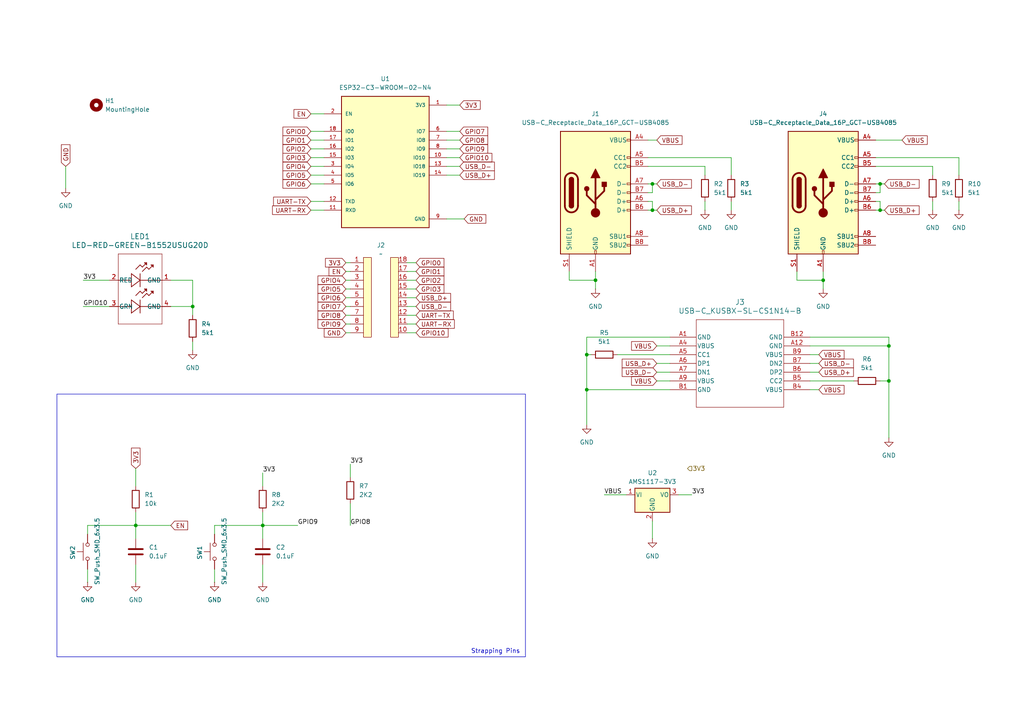
<source format=kicad_sch>
(kicad_sch (version 20231120) (generator "eeschema") (generator_version "8.0")
  (paper "A4")
  (lib_symbols
    (symbol "Alexander Symbol Library:ESP32-C3-WROOM-02-N4" (pin_names (offset 1.016))
      (property "Reference" "U" (at -12.7 21.082 0))
      (property "Value" "ESP32-C3-WROOM-02-N4" (at -13.208 -19.05 0))
      (symbol "ESP32-C3-WROOM-02-N4_0_0"
        (rectangle (start -12.7 20.32) (end 12.7 -17.78) (stroke (width 0.254)) (fill (type background)))
        (pin power_in line (at 17.78 17.78 180) (length 5.08) (name "3V3") (number "1"))
        (pin bidirectional line (at 17.78 2.54 180) (length 5.08) (name "IO10") (number "10"))
        (pin bidirectional line (at -17.78 -12.7 0) (length 5.08) (name "RXD") (number "11"))
        (pin bidirectional line (at -17.78 -10.16 0) (length 5.08) (name "TXD") (number "12"))
        (pin bidirectional line (at 17.78 0 180) (length 5.08) (name "IO18") (number "13"))
        (pin bidirectional line (at 17.78 -2.54 180) (length 5.08) (name "IO19") (number "14"))
        (pin bidirectional line (at -17.78 2.54 0) (length 5.08) (name "IO3") (number "15"))
        (pin bidirectional line (at -17.78 5.08 0) (length 5.08) (name "IO2") (number "16"))
        (pin bidirectional line (at -17.78 7.62 0) (length 5.08) (name "IO1") (number "17"))
        (pin bidirectional line (at -17.78 10.16 0) (length 5.08) (name "IO0") (number "18"))
        (pin power_in line (at 17.78 -15.24 180) (length 5.08) hide (name "GND__1") (number "19"))
        (pin input line (at -17.78 15.24 0) (length 5.08) (name "EN") (number "2"))
        (pin power_in line (at 17.78 -15.24 180) (length 5.08) hide (name "GND__2") (number "20"))
        (pin power_in line (at 17.78 -15.24 180) (length 5.08) hide (name "GND__3") (number "21"))
        (pin power_in line (at 17.78 -15.24 180) (length 5.08) hide (name "GND__4") (number "22"))
        (pin power_in line (at 17.78 -15.24 180) (length 5.08) hide (name "GND__5") (number "23"))
        (pin power_in line (at 17.78 -15.24 180) (length 5.08) hide (name "GND__6") (number "24"))
        (pin power_in line (at 17.78 -15.24 180) (length 5.08) hide (name "GND__7") (number "25"))
        (pin power_in line (at 17.78 -15.24 180) (length 5.08) hide (name "GND__8") (number "26"))
        (pin power_in line (at 17.78 -15.24 180) (length 5.08) hide (name "GND__9") (number "27"))
        (pin power_in line (at 17.78 -15.24 180) (length 5.08) hide (name "GND__10") (number "28"))
        (pin power_in line (at 17.78 -15.24 180) (length 5.08) hide (name "GND__11") (number "29"))
        (pin bidirectional line (at -17.78 0 0) (length 5.08) (name "IO4") (number "3"))
        (pin power_in line (at 17.78 -15.24 180) (length 5.08) hide (name "GND__12") (number "30"))
        (pin power_in line (at 17.78 -15.24 180) (length 5.08) hide (name "GND__13") (number "31"))
        (pin power_in line (at 17.78 -15.24 180) (length 5.08) hide (name "GND__14") (number "32"))
        (pin power_in line (at 17.78 -15.24 180) (length 5.08) hide (name "GND__15") (number "33"))
        (pin power_in line (at 17.78 -15.24 180) (length 5.08) hide (name "GND__16") (number "34"))
        (pin power_in line (at 17.78 -15.24 180) (length 5.08) hide (name "GND__17") (number "35"))
        (pin power_in line (at 17.78 -15.24 180) (length 5.08) hide (name "GND__18") (number "36"))
        (pin power_in line (at 17.78 -15.24 180) (length 5.08) hide (name "GND__19") (number "37"))
        (pin power_in line (at 17.78 -15.24 180) (length 5.08) hide (name "GND__20") (number "38"))
        (pin power_in line (at 17.78 -15.24 180) (length 5.08) hide (name "GND__21") (number "39"))
        (pin bidirectional line (at -17.78 -2.54 0) (length 5.08) (name "IO5") (number "4"))
        (pin bidirectional line (at -17.78 -5.08 0) (length 5.08) (name "IO6") (number "5"))
        (pin bidirectional line (at 17.78 10.16 180) (length 5.08) (name "IO7") (number "6"))
        (pin bidirectional line (at 17.78 7.62 180) (length 5.08) (name "IO8") (number "7"))
        (pin bidirectional line (at 17.78 5.08 180) (length 5.08) (name "IO9") (number "8"))
        (pin power_in line (at 17.78 -15.24 180) (length 5.08) (name "GND") (number "9"))
      )
    )
    (symbol "Alexander Symbol Library:USB-C_Receptacle_Data_16P_GCT-USB4085" (pin_names (offset 1.016))
      (property "Reference" "J" (at 0 22.225 0))
      (property "Value" "USB-C_Receptacle_Data_16P_GCT-USB4085" (at 0 19.685 0))
      (symbol "USB-C_Receptacle_Data_16P_GCT-USB4085_0_0"
        (rectangle (start -0.254 -17.78) (end 0.254 -16.764))
        (rectangle (start 10.16 -14.986) (end 9.144 -15.494))
        (rectangle (start 10.16 -12.446) (end 9.144 -12.954))
        (rectangle (start 10.16 -4.826) (end 9.144 -5.334))
        (rectangle (start 10.16 -2.286) (end 9.144 -2.794))
        (rectangle (start 10.16 0.254) (end 9.144 -0.254))
        (rectangle (start 10.16 2.794) (end 9.144 2.286))
        (rectangle (start 10.16 7.874) (end 9.144 7.366))
        (rectangle (start 10.16 10.414) (end 9.144 9.906))
        (rectangle (start 10.16 15.494) (end 9.144 14.986))
      )
      (symbol "USB-C_Receptacle_Data_16P_GCT-USB4085_0_1"
        (rectangle (start -10.16 17.78) (end 10.16 -17.78) (stroke (width 0.254)) (fill (type background)))
        (arc (start -8.89 -3.81) (mid -6.985 -5.7067) (end -5.08 -3.81) (stroke (width 0.508)))
        (arc (start -7.62 -3.81) (mid -6.985 -4.4423) (end -6.35 -3.81) (stroke (width 0.254)))
        (arc (start -7.62 -3.81) (mid -6.985 -4.4423) (end -6.35 -3.81) (stroke (width 0.254)) (fill (type outline)))
        (rectangle (start -7.62 -3.81) (end -6.35 3.81) (stroke (width 0.254)) (fill (type outline)))
        (arc (start -6.35 3.81) (mid -6.985 4.4423) (end -7.62 3.81) (stroke (width 0.254)))
        (arc (start -6.35 3.81) (mid -6.985 4.4423) (end -7.62 3.81) (stroke (width 0.254)) (fill (type outline)))
        (arc (start -5.08 3.81) (mid -6.985 5.7067) (end -8.89 3.81) (stroke (width 0.508)))
        (circle (center -2.54 1.143) (radius 0.635) (stroke (width 0.254)) (fill (type outline)))
        (circle (center 0 -5.842) (radius 1.27) (fill (type outline)))
        (polyline (pts (xy -8.89 -3.81) (xy -8.89 3.81)) (stroke (width 0.508)))
        (polyline (pts (xy -5.08 3.81) (xy -5.08 -3.81)) (stroke (width 0.508)))
        (polyline (pts (xy 0 -5.842) (xy 0 4.318)) (stroke (width 0.508)))
        (polyline (pts (xy 0 -3.302) (xy -2.54 -0.762) (xy -2.54 0.508)) (stroke (width 0.508)))
        (polyline (pts (xy 0 -2.032) (xy 2.54 0.508) (xy 2.54 1.778)) (stroke (width 0.508)))
        (polyline (pts (xy -1.27 4.318) (xy 0 6.858) (xy 1.27 4.318) (xy -1.27 4.318)) (stroke (width 0.254)) (fill (type outline)))
        (rectangle (start 1.905 1.778) (end 3.175 3.048) (stroke (width 0.254)) (fill (type outline)))
      )
      (symbol "USB-C_Receptacle_Data_16P_GCT-USB4085_1_1"
        (pin power_in line (at 0 -22.86 90) (length 5.08) (name "GND") (number "A1"))
        (pin power_in line (at 0 -22.86 90) (length 5.08) hide (name "GND") (number "A12"))
        (pin power_out line (at 15.24 15.24 180) (length 5.08) (name "VBUS") (number "A4"))
        (pin bidirectional line (at 15.24 10.16 180) (length 5.08) (name "CC1") (number "A5"))
        (pin bidirectional line (at 15.24 -2.54 180) (length 5.08) (name "D+") (number "A6"))
        (pin bidirectional line (at 15.24 2.54 180) (length 5.08) (name "D-") (number "A7"))
        (pin bidirectional line (at 15.24 -12.7 180) (length 5.08) (name "SBU1") (number "A8"))
        (pin power_out line (at 15.24 15.24 180) (length 5.08) hide (name "VBUS") (number "A9"))
        (pin power_in line (at 0 -22.86 90) (length 5.08) hide (name "GND") (number "B1"))
        (pin power_in line (at 0 -22.86 90) (length 5.08) hide (name "GND") (number "B12"))
        (pin power_out line (at 15.24 15.24 180) (length 5.08) hide (name "VBUS") (number "B4"))
        (pin bidirectional line (at 15.24 7.62 180) (length 5.08) (name "CC2") (number "B5"))
        (pin bidirectional line (at 15.24 -5.08 180) (length 5.08) (name "D+") (number "B6"))
        (pin bidirectional line (at 15.24 0 180) (length 5.08) (name "D-") (number "B7"))
        (pin bidirectional line (at 15.24 -15.24 180) (length 5.08) (name "SBU2") (number "B8"))
        (pin passive line (at 15.24 15.24 180) (length 5.08) hide (name "VBUS") (number "B9"))
        (pin power_in line (at -7.62 -22.86 90) (length 5.08) (name "SHIELD") (number "S1"))
        (pin power_in line (at -7.62 -22.86 90) (length 5.08) hide (name "SHIELD") (number "S2"))
        (pin power_in line (at -7.62 -22.86 90) (length 5.08) hide (name "SHIELD") (number "S3"))
        (pin power_in line (at -7.62 -22.86 90) (length 5.08) hide (name "SHIELD") (number "S4"))
      )
    )
    (symbol "Alexander_Library_Symbols:Conn_ESP32-C3-02x09"
      (property "Reference" "J" (at 0 0 0))
      (symbol "Conn_ESP32-C3-02x09_0_1"
        (rectangle (start -5.08 -2.286) (end -2.794 -25.4) (fill (type background)))
        (rectangle (start 2.794 -2.286) (end 5.08 -25.4) (fill (type background)))
      )
      (symbol "Conn_ESP32-C3-02x09_1_0"
        (pin bidirectional line (at 7.62 -24.13 180) (length 2.54) (name "") (number "10"))
        (pin bidirectional line (at 7.62 -21.59 180) (length 2.54) (name "") (number "11"))
        (pin bidirectional line (at 7.62 -19.05 180) (length 2.54) (name "") (number "12"))
        (pin bidirectional line (at 7.62 -16.51 180) (length 2.54) (name "") (number "13"))
        (pin bidirectional line (at 7.62 -13.97 180) (length 2.54) (name "") (number "14"))
        (pin bidirectional line (at 7.62 -11.43 180) (length 2.54) (name "") (number "15"))
        (pin bidirectional line (at 7.62 -8.89 180) (length 2.54) (name "") (number "16"))
        (pin bidirectional line (at 7.62 -6.35 180) (length 2.54) (name "") (number "17"))
        (pin bidirectional line (at 7.62 -3.81 180) (length 2.54) (name "") (number "18"))
      )
      (symbol "Conn_ESP32-C3-02x09_1_1"
        (pin bidirectional line (at -8.89 -3.81 0) (length 3.81) (name "") (number "1"))
        (pin bidirectional line (at -8.89 -6.35 0) (length 3.81) (name "") (number "2"))
        (pin bidirectional line (at -8.89 -8.89 0) (length 3.81) (name "") (number "3"))
        (pin bidirectional line (at -8.89 -11.43 0) (length 3.81) (name "") (number "4"))
        (pin bidirectional line (at -8.89 -13.97 0) (length 3.81) (name "") (number "5"))
        (pin bidirectional line (at -8.89 -16.51 0) (length 3.81) (name "") (number "6"))
        (pin bidirectional line (at -8.89 -19.05 0) (length 3.81) (name "") (number "7"))
        (pin bidirectional line (at -8.89 -21.59 0) (length 3.81) (name "") (number "8"))
        (pin bidirectional line (at -8.89 -24.13 0) (length 3.81) (name "") (number "9"))
      )
    )
    (symbol "Alexander_Library_Symbols:LED-RED-GREEN-B1552USUG20D" (pin_names (offset 0.254))
      (property "Reference" "LED" (at 8.89 20.955 0))
      (property "Value" "LED-RED-GREEN-B1552USUG20D" (at 8.89 17.78 0))
      (symbol "LED-RED-GREEN-B1552USUG20D_0_1"
        (polyline (pts (xy 2.54 -12.7) (xy 15.24 -12.7)) (stroke (width 0.127)))
        (polyline (pts (xy 2.54 -7.62) (xy 6.0198 -7.62)) (stroke (width 0.2032)))
        (polyline (pts (xy 2.54 0) (xy 6.0198 0)) (stroke (width 0.2032)))
        (polyline (pts (xy 2.54 7.62) (xy 2.54 -12.7)) (stroke (width 0.127)))
        (polyline (pts (xy 5.715 -7.62) (xy 6.35 -7.62)) (stroke (width 0.2032)))
        (polyline (pts (xy 5.715 0) (xy 6.35 0)) (stroke (width 0.2032)))
        (polyline (pts (xy 6.35 -9.525) (xy 8.89 -7.62)) (stroke (width 0.2032)))
        (polyline (pts (xy 6.35 -5.715) (xy 6.35 -9.525)) (stroke (width 0.2032)))
        (polyline (pts (xy 6.35 -1.905) (xy 8.89 0)) (stroke (width 0.2032)))
        (polyline (pts (xy 6.35 1.905) (xy 6.35 -1.905)) (stroke (width 0.2032)))
        (polyline (pts (xy 7.62 -4.445) (xy 8.89 -3.175)) (stroke (width 0.2032)))
        (polyline (pts (xy 7.62 3.175) (xy 8.89 4.445)) (stroke (width 0.2032)))
        (polyline (pts (xy 8.89 -9.525) (xy 8.89 -5.715)) (stroke (width 0.2032)))
        (polyline (pts (xy 8.89 -7.62) (xy 6.35 -5.715)) (stroke (width 0.2032)))
        (polyline (pts (xy 8.89 -7.62) (xy 15.24 -7.62)) (stroke (width 0.2032)))
        (polyline (pts (xy 8.89 -3.175) (xy 9.525 -3.81)) (stroke (width 0.2032)))
        (polyline (pts (xy 8.89 -1.905) (xy 8.89 1.905)) (stroke (width 0.2032)))
        (polyline (pts (xy 8.89 0) (xy 6.35 1.905)) (stroke (width 0.2032)))
        (polyline (pts (xy 8.89 0) (xy 15.24 0)) (stroke (width 0.2032)))
        (polyline (pts (xy 8.89 4.445) (xy 9.525 3.81)) (stroke (width 0.2032)))
        (polyline (pts (xy 9.525 -5.08) (xy 10.795 -3.81)) (stroke (width 0.2032)))
        (polyline (pts (xy 9.525 -3.81) (xy 10.795 -2.54)) (stroke (width 0.2032)))
        (polyline (pts (xy 9.525 2.54) (xy 10.795 3.81)) (stroke (width 0.2032)))
        (polyline (pts (xy 9.525 3.81) (xy 10.795 5.08)) (stroke (width 0.2032)))
        (polyline (pts (xy 10.16 -2.54) (xy 10.795 -3.175)) (stroke (width 0.2032)))
        (polyline (pts (xy 10.16 5.08) (xy 10.795 4.445)) (stroke (width 0.2032)))
        (polyline (pts (xy 10.795 -3.81) (xy 11.43 -4.445)) (stroke (width 0.2032)))
        (polyline (pts (xy 10.795 -3.175) (xy 10.795 -2.54)) (stroke (width 0.2032)))
        (polyline (pts (xy 10.795 -2.54) (xy 10.16 -2.54)) (stroke (width 0.2032)))
        (polyline (pts (xy 10.795 3.81) (xy 11.43 3.175)) (stroke (width 0.2032)))
        (polyline (pts (xy 10.795 4.445) (xy 10.795 5.08)) (stroke (width 0.2032)))
        (polyline (pts (xy 10.795 5.08) (xy 10.16 5.08)) (stroke (width 0.2032)))
        (polyline (pts (xy 11.43 -4.445) (xy 12.7 -3.175)) (stroke (width 0.2032)))
        (polyline (pts (xy 11.43 3.175) (xy 12.7 4.445)) (stroke (width 0.2032)))
        (polyline (pts (xy 12.065 -3.175) (xy 12.7 -3.81)) (stroke (width 0.2032)))
        (polyline (pts (xy 12.065 4.445) (xy 12.7 3.81)) (stroke (width 0.2032)))
        (polyline (pts (xy 12.7 -3.81) (xy 12.7 -3.175)) (stroke (width 0.2032)))
        (polyline (pts (xy 12.7 -3.175) (xy 12.065 -3.175)) (stroke (width 0.2032)))
        (polyline (pts (xy 12.7 3.81) (xy 12.7 4.445)) (stroke (width 0.2032)))
        (polyline (pts (xy 12.7 4.445) (xy 12.065 4.445)) (stroke (width 0.2032)))
        (polyline (pts (xy 15.24 -12.7) (xy 15.24 7.62)) (stroke (width 0.127)))
        (polyline (pts (xy 15.24 7.62) (xy 2.54 7.62)) (stroke (width 0.127)))
        (pin power_in line (at 17.78 0 180) (length 2.54) (name "GND") (number "1"))
        (pin power_out line (at 0 0 0) (length 2.54) (name "RED") (number "2"))
        (pin power_in line (at 0 -7.62 0) (length 2.54) (name "GRN") (number "3"))
        (pin power_out line (at 17.78 -7.62 180) (length 2.54) (name "GND") (number "4"))
      )
    )
    (symbol "Alexander_Library_Symbols:SW_Push_SMD_6x3.5" (pin_numbers hide) (pin_names (offset 1.016) hide)
      (property "Reference" "SW" (at 1.27 2.54 0))
      (property "Value" "SW_Push_SMD_6x3.5" (at 0 -1.524 0))
      (symbol "SW_Push_SMD_6x3.5_0_1"
        (circle (center -2.032 0) (radius 0.508))
        (polyline (pts (xy 0 1.27) (xy 0 3.048)))
        (polyline (pts (xy 2.54 1.27) (xy -2.54 1.27)))
        (circle (center 2.032 0) (radius 0.508))
        (pin passive line (at -5.08 0 0) (length 2.54) (name "1") (number "1"))
        (pin passive line (at 5.08 0 180) (length 2.54) (name "2") (number "2"))
      )
    )
    (symbol "Alexander_Library_Symbols:USB-C_KUSBX-SL-CS1N14-B" (pin_names (offset 0.254))
      (property "Reference" "J" (at 20.32 10.16 0))
      (property "Value" "USB-C_KUSBX-SL-CS1N14-B" (at 20.32 7.62 0))
      (symbol "USB-C_KUSBX-SL-CS1N14-B_0_1"
        (polyline (pts (xy 7.62 -20.32) (xy 33.02 -20.32)) (stroke (width 0.127)))
        (polyline (pts (xy 7.62 5.08) (xy 7.62 -20.32)) (stroke (width 0.127)))
        (polyline (pts (xy 33.02 -20.32) (xy 33.02 5.08)) (stroke (width 0.127)))
        (polyline (pts (xy 33.02 5.08) (xy 7.62 5.08)) (stroke (width 0.127)))
        (pin power_out line (at 0 0 0) (length 7.62) (name "GND") (number "A1"))
        (pin power_out line (at 40.64 -2.54 180) (length 7.62) (name "GND") (number "A12"))
        (pin power_in line (at 0 -2.54 0) (length 7.62) (name "VBUS") (number "A4"))
        (pin bidirectional line (at 0 -5.08 0) (length 7.62) (name "CC1") (number "A5"))
        (pin bidirectional line (at 0 -7.62 0) (length 7.62) (name "DP1") (number "A6"))
        (pin bidirectional line (at 0 -10.16 0) (length 7.62) (name "DN1") (number "A7"))
        (pin power_in line (at 0 -12.7 0) (length 7.62) (name "VBUS") (number "A9"))
        (pin power_out line (at 0 -15.24 0) (length 7.62) (name "GND") (number "B1"))
        (pin power_out line (at 40.64 0 180) (length 7.62) (name "GND") (number "B12"))
        (pin power_in line (at 40.64 -15.24 180) (length 7.62) (name "VBUS") (number "B4"))
        (pin bidirectional line (at 40.64 -12.7 180) (length 7.62) (name "CC2") (number "B5"))
        (pin bidirectional line (at 40.64 -10.16 180) (length 7.62) (name "DP2") (number "B6"))
        (pin bidirectional line (at 40.64 -7.62 180) (length 7.62) (name "DN2") (number "B7"))
        (pin power_in line (at 40.64 -5.08 180) (length 7.62) (name "VBUS") (number "B9"))
      )
    )
    (symbol "Device:C" (pin_numbers hide) (pin_names (offset 0.254))
      (property "Reference" "C" (at 0.635 2.54 0))
      (property "Value" "C" (at 0.635 -2.54 0))
      (symbol "C_0_1"
        (polyline (pts (xy -2.032 -0.762) (xy 2.032 -0.762)) (stroke (width 0.508)))
        (polyline (pts (xy -2.032 0.762) (xy 2.032 0.762)) (stroke (width 0.508)))
      )
      (symbol "C_1_1"
        (pin passive line (at 0 3.81 270) (length 2.794) (name "~") (number "1"))
        (pin passive line (at 0 -3.81 90) (length 2.794) (name "~") (number "2"))
      )
    )
    (symbol "Device:R" (pin_numbers hide) (pin_names (offset 0))
      (property "Reference" "R" (at 2.032 0 90))
      (property "Value" "R" (at 0 0 90))
      (symbol "R_0_1"
        (rectangle (start -1.016 -2.54) (end 1.016 2.54) (stroke (width 0.254)))
      )
      (symbol "R_1_1"
        (pin passive line (at 0 3.81 270) (length 1.27) (name "~") (number "1"))
        (pin passive line (at 0 -3.81 90) (length 1.27) (name "~") (number "2"))
      )
    )
    (symbol "Mechanical:MountingHole" (pin_names (offset 1.016))
      (property "Reference" "H" (at 0 5.08 0))
      (property "Value" "MountingHole" (at 0 3.175 0))
      (symbol "MountingHole_0_1"
        (circle (center 0 0) (radius 1.27) (stroke (width 1.27)))
      )
    )
    (symbol "Regulator_Linear:LM78M05_TO220" (pin_names (offset 0.254))
      (property "Reference" "U" (at -3.81 3.175 0))
      (property "Value" "LM78M05_TO220" (at 0 3.175 0))
      (symbol "LM78M05_TO220_0_1"
        (rectangle (start -5.08 1.905) (end 5.08 -5.08) (stroke (width 0.254)) (fill (type background)))
      )
      (symbol "LM78M05_TO220_1_1"
        (pin power_in line (at -7.62 0 0) (length 2.54) (name "VI") (number "1"))
        (pin power_in line (at 0 -7.62 90) (length 2.54) (name "GND") (number "2"))
        (pin power_out line (at 7.62 0 180) (length 2.54) (name "VO") (number "3"))
      )
    )
    (symbol "power:GND" (power) (pin_numbers hide) (pin_names (offset 0) hide)
      (property "Value" "GND" (at 0 -3.81 0))
      (symbol "GND_0_1"
        (polyline (pts (xy 0 0) (xy 0 -1.27) (xy 1.27 -1.27) (xy 0 -2.54) (xy -1.27 -1.27) (xy 0 -1.27)))
      )
      (symbol "GND_1_1"
        (pin power_in line (at 0 0 270) (length 0) (name "~") (number "1"))
      )
    )
  )
  (junction (at 55.88 88.9))
  (junction (at 257.81 110.49))
  (junction (at 170.18 102.87))
  (junction (at 255.27 53.34))
  (junction (at 238.76 81.28))
  (junction (at 172.72 81.28))
  (junction (at 76.2 152.4))
  (junction (at 39.37 152.4))
  (junction (at 189.23 60.96))
  (junction (at 257.81 100.33))
  (junction (at 255.27 60.96))
  (junction (at 170.18 113.03))
  (junction (at 189.23 53.34))
  (wire (pts (xy 254 48.26) (xy 270.51 48.26)))
  (wire (pts (xy 255.27 110.49) (xy 257.81 110.49)))
  (wire (pts (xy 118.11 93.98) (xy 120.65 93.98)))
  (wire (pts (xy 100.33 76.2) (xy 101.6 76.2)))
  (wire (pts (xy 100.33 86.36) (xy 101.6 86.36)))
  (wire (pts (xy 189.23 151.13) (xy 189.23 156.21)))
  (wire (pts (xy 49.53 81.28) (xy 55.88 81.28)))
  (wire (pts (xy 25.4 154.94) (xy 25.4 152.4)))
  (wire (pts (xy 76.2 137.16) (xy 76.2 140.97)))
  (wire (pts (xy 62.23 165.1) (xy 62.23 168.91)))
  (wire (pts (xy 118.11 86.36) (xy 120.65 86.36)))
  (wire (pts (xy 231.14 78.74) (xy 231.14 81.28)))
  (wire (pts (xy 100.33 78.74) (xy 101.6 78.74)))
  (wire (pts (xy 254 58.42) (xy 255.27 58.42)))
  (wire (pts (xy 165.1 78.74) (xy 165.1 81.28)))
  (wire (pts (xy 129.54 45.72) (xy 133.35 45.72)))
  (wire (pts (xy 90.17 48.26) (xy 93.98 48.26)))
  (wire (pts (xy 118.11 76.2) (xy 120.65 76.2)))
  (wire (pts (xy 187.96 53.34) (xy 189.23 53.34)))
  (wire (pts (xy 187.96 58.42) (xy 189.23 58.42)))
  (wire (pts (xy 90.17 40.64) (xy 93.98 40.64)))
  (wire (pts (xy 234.95 97.79) (xy 257.81 97.79)))
  (wire (pts (xy 204.47 58.42) (xy 204.47 60.96)))
  (wire (pts (xy 55.88 81.28) (xy 55.88 88.9)))
  (wire (pts (xy 204.47 48.26) (xy 204.47 50.8)))
  (wire (pts (xy 257.81 97.79) (xy 257.81 100.33)))
  (wire (pts (xy 170.18 102.87) (xy 171.45 102.87)))
  (wire (pts (xy 90.17 53.34) (xy 93.98 53.34)))
  (wire (pts (xy 170.18 102.87) (xy 170.18 97.79)))
  (wire (pts (xy 170.18 113.03) (xy 170.18 102.87)))
  (wire (pts (xy 19.05 48.26) (xy 19.05 54.61)))
  (wire (pts (xy 255.27 60.96) (xy 256.54 60.96)))
  (wire (pts (xy 55.88 99.06) (xy 55.88 101.6)))
  (wire (pts (xy 212.09 58.42) (xy 212.09 60.96)))
  (wire (pts (xy 118.11 81.28) (xy 120.65 81.28)))
  (wire (pts (xy 175.26 143.51) (xy 181.61 143.51)))
  (wire (pts (xy 76.2 148.59) (xy 76.2 152.4)))
  (wire (pts (xy 101.6 134.62) (xy 101.6 138.43)))
  (wire (pts (xy 90.17 38.1) (xy 93.98 38.1)))
  (wire (pts (xy 189.23 53.34) (xy 190.5 53.34)))
  (wire (pts (xy 100.33 96.52) (xy 101.6 96.52)))
  (wire (pts (xy 39.37 152.4) (xy 39.37 148.59)))
  (wire (pts (xy 90.17 50.8) (xy 93.98 50.8)))
  (wire (pts (xy 212.09 45.72) (xy 212.09 50.8)))
  (wire (pts (xy 254 40.64) (xy 261.62 40.64)))
  (wire (pts (xy 234.95 107.95) (xy 237.49 107.95)))
  (wire (pts (xy 234.95 113.03) (xy 237.49 113.03)))
  (wire (pts (xy 278.13 45.72) (xy 278.13 50.8)))
  (wire (pts (xy 90.17 58.42) (xy 93.98 58.42)))
  (wire (pts (xy 234.95 105.41) (xy 237.49 105.41)))
  (wire (pts (xy 255.27 55.88) (xy 255.27 53.34)))
  (wire (pts (xy 187.96 40.64) (xy 190.5 40.64)))
  (wire (pts (xy 254 55.88) (xy 255.27 55.88)))
  (wire (pts (xy 24.13 88.9) (xy 31.75 88.9)))
  (wire (pts (xy 39.37 135.89) (xy 39.37 140.97)))
  (wire (pts (xy 190.5 107.95) (xy 194.31 107.95)))
  (wire (pts (xy 129.54 50.8) (xy 133.35 50.8)))
  (wire (pts (xy 187.96 55.88) (xy 189.23 55.88)))
  (wire (pts (xy 172.72 81.28) (xy 172.72 83.82)))
  (wire (pts (xy 39.37 152.4) (xy 49.53 152.4)))
  (wire (pts (xy 187.96 60.96) (xy 189.23 60.96)))
  (wire (pts (xy 55.88 88.9) (xy 55.88 91.44)))
  (wire (pts (xy 190.5 100.33) (xy 194.31 100.33)))
  (wire (pts (xy 129.54 30.48) (xy 133.35 30.48)))
  (wire (pts (xy 190.5 105.41) (xy 194.31 105.41)))
  (wire (pts (xy 257.81 110.49) (xy 257.81 127)))
  (wire (pts (xy 278.13 58.42) (xy 278.13 60.96)))
  (wire (pts (xy 187.96 45.72) (xy 212.09 45.72)))
  (wire (pts (xy 129.54 38.1) (xy 133.35 38.1)))
  (wire (pts (xy 189.23 58.42) (xy 189.23 60.96)))
  (wire (pts (xy 62.23 152.4) (xy 76.2 152.4)))
  (wire (pts (xy 129.54 63.5) (xy 134.62 63.5)))
  (wire (pts (xy 25.4 152.4) (xy 39.37 152.4)))
  (wire (pts (xy 254 45.72) (xy 278.13 45.72)))
  (wire (pts (xy 257.81 100.33) (xy 257.81 110.49)))
  (wire (pts (xy 255.27 58.42) (xy 255.27 60.96)))
  (wire (pts (xy 100.33 81.28) (xy 101.6 81.28)))
  (wire (pts (xy 179.07 102.87) (xy 194.31 102.87)))
  (wire (pts (xy 76.2 152.4) (xy 76.2 156.21)))
  (wire (pts (xy 118.11 83.82) (xy 120.65 83.82)))
  (wire (pts (xy 100.33 91.44) (xy 101.6 91.44)))
  (wire (pts (xy 129.54 40.64) (xy 133.35 40.64)))
  (wire (pts (xy 234.95 110.49) (xy 247.65 110.49)))
  (wire (pts (xy 234.95 102.87) (xy 237.49 102.87)))
  (wire (pts (xy 129.54 43.18) (xy 133.35 43.18)))
  (wire (pts (xy 190.5 110.49) (xy 194.31 110.49)))
  (wire (pts (xy 25.4 165.1) (xy 25.4 168.91)))
  (wire (pts (xy 231.14 81.28) (xy 238.76 81.28)))
  (wire (pts (xy 170.18 123.19) (xy 170.18 113.03)))
  (wire (pts (xy 254 60.96) (xy 255.27 60.96)))
  (wire (pts (xy 62.23 154.94) (xy 62.23 152.4)))
  (wire (pts (xy 100.33 93.98) (xy 101.6 93.98)))
  (wire (pts (xy 90.17 43.18) (xy 93.98 43.18)))
  (wire (pts (xy 90.17 45.72) (xy 93.98 45.72)))
  (wire (pts (xy 118.11 96.52) (xy 120.65 96.52)))
  (wire (pts (xy 238.76 78.74) (xy 238.76 81.28)))
  (wire (pts (xy 254 53.34) (xy 255.27 53.34)))
  (wire (pts (xy 76.2 152.4) (xy 86.36 152.4)))
  (wire (pts (xy 187.96 48.26) (xy 204.47 48.26)))
  (wire (pts (xy 196.85 143.51) (xy 200.66 143.51)))
  (wire (pts (xy 100.33 83.82) (xy 101.6 83.82)))
  (wire (pts (xy 100.33 88.9) (xy 101.6 88.9)))
  (wire (pts (xy 165.1 81.28) (xy 172.72 81.28)))
  (wire (pts (xy 118.11 88.9) (xy 120.65 88.9)))
  (wire (pts (xy 118.11 91.44) (xy 120.65 91.44)))
  (wire (pts (xy 129.54 48.26) (xy 133.35 48.26)))
  (wire (pts (xy 24.13 81.28) (xy 31.75 81.28)))
  (wire (pts (xy 39.37 163.83) (xy 39.37 168.91)))
  (wire (pts (xy 49.53 88.9) (xy 55.88 88.9)))
  (wire (pts (xy 189.23 55.88) (xy 189.23 53.34)))
  (wire (pts (xy 39.37 152.4) (xy 39.37 156.21)))
  (wire (pts (xy 90.17 60.96) (xy 93.98 60.96)))
  (wire (pts (xy 255.27 53.34) (xy 256.54 53.34)))
  (wire (pts (xy 118.11 78.74) (xy 120.65 78.74)))
  (wire (pts (xy 238.76 81.28) (xy 238.76 83.82)))
  (wire (pts (xy 189.23 60.96) (xy 190.5 60.96)))
  (wire (pts (xy 101.6 146.05) (xy 101.6 152.4)))
  (wire (pts (xy 172.72 78.74) (xy 172.72 81.28)))
  (wire (pts (xy 90.17 33.02) (xy 93.98 33.02)))
  (wire (pts (xy 170.18 97.79) (xy 194.31 97.79)))
  (wire (pts (xy 234.95 100.33) (xy 257.81 100.33)))
  (wire (pts (xy 270.51 58.42) (xy 270.51 60.96)))
  (wire (pts (xy 76.2 163.83) (xy 76.2 168.91)))
  (wire (pts (xy 170.18 113.03) (xy 194.31 113.03)))
  (wire (pts (xy 270.51 48.26) (xy 270.51 50.8)))
  (rectangle (start 16.51 114.3) (end 152.4 190.5))
  (text "Strapping Pins" (at 150.876 188.976 0) (effects (font (size 1.27 1.27)) (justify right)))
  (label "3V3" (at 101.6 134.62 0))
  (label "3V3" (at 24.13 81.28 0))
  (label "GPIO10" (at 24.13 88.9 0))
  (label "3V3" (at 76.2 137.16 0))
  (label "VBUS" (at 175.26 143.51 0))
  (label "GPIO8" (at 101.6 152.4 0))
  (label "GPIO9" (at 86.36 152.4 0))
  (label "3V3" (at 200.66 143.51 0))
  (global_label "USB_D-" (shape input) (at 120.65 88.9 0) (property "Intersheetrefs" "${INTERSHEET_REFS}" (effects (hide yes))))
  (global_label "VBUS" (shape input) (at 190.5 100.33 180) (property "Intersheetrefs" "${INTERSHEET_REFS}" (effects (hide yes))))
  (global_label "VBUS" (shape input) (at 190.5 110.49 180) (property "Intersheetrefs" "${INTERSHEET_REFS}" (effects (hide yes))))
  (global_label "GPIO0" (shape input) (at 120.65 76.2 0) (property "Intersheetrefs" "${INTERSHEET_REFS}" (effects (hide yes))))
  (global_label "GPIO8" (shape input) (at 100.33 91.44 180) (property "Intersheetrefs" "${INTERSHEET_REFS}" (effects (hide yes))))
  (global_label "GPIO6" (shape input) (at 100.33 86.36 180) (property "Intersheetrefs" "${INTERSHEET_REFS}" (effects (hide yes))))
  (global_label "GPIO9" (shape input) (at 133.35 43.18 0) (property "Intersheetrefs" "${INTERSHEET_REFS}" (effects (hide yes))))
  (global_label "GPIO2" (shape input) (at 90.17 43.18 180) (property "Intersheetrefs" "${INTERSHEET_REFS}" (effects (hide yes))))
  (global_label "USB_D-" (shape input) (at 190.5 107.95 180) (property "Intersheetrefs" "${INTERSHEET_REFS}" (effects (hide yes))))
  (global_label "EN" (shape input) (at 90.17 33.02 180) (property "Intersheetrefs" "${INTERSHEET_REFS}" (effects (hide yes))))
  (global_label "GPIO0" (shape input) (at 90.17 38.1 180) (property "Intersheetrefs" "${INTERSHEET_REFS}" (effects (hide yes))))
  (global_label "3V3" (shape input) (at 100.33 76.2 180) (property "Intersheetrefs" "${INTERSHEET_REFS}" (effects (hide yes))))
  (global_label "USB_D-" (shape input) (at 190.5 53.34 0) (property "Intersheetrefs" "${INTERSHEET_REFS}" (effects (hide yes))))
  (global_label "3V3" (shape input) (at 39.37 135.89 90) (property "Intersheetrefs" "${INTERSHEET_REFS}" (effects (hide yes))))
  (global_label "GND" (shape input) (at 134.62 63.5 0) (property "Intersheetrefs" "${INTERSHEET_REFS}" (effects (hide yes))))
  (global_label "USB_D-" (shape input) (at 237.49 105.41 0) (property "Intersheetrefs" "${INTERSHEET_REFS}" (effects (hide yes))))
  (global_label "VBUS" (shape input) (at 237.49 102.87 0) (property "Intersheetrefs" "${INTERSHEET_REFS}" (effects (hide yes))))
  (global_label "USB_D-" (shape input) (at 256.54 53.34 0) (property "Intersheetrefs" "${INTERSHEET_REFS}" (effects (hide yes))))
  (global_label "EN" (shape input) (at 100.33 78.74 180) (property "Intersheetrefs" "${INTERSHEET_REFS}" (effects (hide yes))))
  (global_label "USB_D+" (shape input) (at 120.65 86.36 0) (property "Intersheetrefs" "${INTERSHEET_REFS}" (effects (hide yes))))
  (global_label "GPIO8" (shape input) (at 133.35 40.64 0) (property "Intersheetrefs" "${INTERSHEET_REFS}" (effects (hide yes))))
  (global_label "VBUS" (shape input) (at 237.49 113.03 0) (property "Intersheetrefs" "${INTERSHEET_REFS}" (effects (hide yes))))
  (global_label "GPIO10" (shape input) (at 133.35 45.72 0) (property "Intersheetrefs" "${INTERSHEET_REFS}" (effects (hide yes))))
  (global_label "GPIO9" (shape input) (at 100.33 93.98 180) (property "Intersheetrefs" "${INTERSHEET_REFS}" (effects (hide yes))))
  (global_label "GPIO1" (shape input) (at 90.17 40.64 180) (property "Intersheetrefs" "${INTERSHEET_REFS}" (effects (hide yes))))
  (global_label "GPIO7" (shape input) (at 100.33 88.9 180) (property "Intersheetrefs" "${INTERSHEET_REFS}" (effects (hide yes))))
  (global_label "USB_D+" (shape input) (at 190.5 60.96 0) (property "Intersheetrefs" "${INTERSHEET_REFS}" (effects (hide yes))))
  (global_label "GPIO4" (shape input) (at 90.17 48.26 180) (property "Intersheetrefs" "${INTERSHEET_REFS}" (effects (hide yes))))
  (global_label "GPIO3" (shape input) (at 90.17 45.72 180) (property "Intersheetrefs" "${INTERSHEET_REFS}" (effects (hide yes))))
  (global_label "GPIO10" (shape input) (at 120.65 96.52 0) (property "Intersheetrefs" "${INTERSHEET_REFS}" (effects (hide yes))))
  (global_label "EN" (shape input) (at 49.53 152.4 0) (property "Intersheetrefs" "${INTERSHEET_REFS}" (effects (hide yes))))
  (global_label "USB_D+" (shape input) (at 256.54 60.96 0) (property "Intersheetrefs" "${INTERSHEET_REFS}" (effects (hide yes))))
  (global_label "USB_D+" (shape input) (at 133.35 50.8 0) (property "Intersheetrefs" "${INTERSHEET_REFS}" (effects (hide yes))))
  (global_label "GPIO5" (shape input) (at 100.33 83.82 180) (property "Intersheetrefs" "${INTERSHEET_REFS}" (effects (hide yes))))
  (global_label "UART-RX" (shape input) (at 90.17 60.96 180) (property "Intersheetrefs" "${INTERSHEET_REFS}" (effects (hide yes))))
  (global_label "UART-TX" (shape input) (at 90.17 58.42 180) (property "Intersheetrefs" "${INTERSHEET_REFS}" (effects (hide yes))))
  (global_label "UART-RX" (shape input) (at 120.65 93.98 0) (property "Intersheetrefs" "${INTERSHEET_REFS}" (effects (hide yes))))
  (global_label "USB_D+" (shape input) (at 237.49 107.95 0) (property "Intersheetrefs" "${INTERSHEET_REFS}" (effects (hide yes))))
  (global_label "GPIO5" (shape input) (at 90.17 50.8 180) (property "Intersheetrefs" "${INTERSHEET_REFS}" (effects (hide yes))))
  (global_label "USB_D-" (shape input) (at 133.35 48.26 0) (property "Intersheetrefs" "${INTERSHEET_REFS}" (effects (hide yes))))
  (global_label "USB_D+" (shape input) (at 190.5 105.41 180) (property "Intersheetrefs" "${INTERSHEET_REFS}" (effects (hide yes))))
  (global_label "VBUS" (shape input) (at 261.62 40.64 0) (property "Intersheetrefs" "${INTERSHEET_REFS}" (effects (hide yes))))
  (global_label "GND" (shape input) (at 19.05 48.26 90) (property "Intersheetrefs" "${INTERSHEET_REFS}" (effects (hide yes))))
  (global_label "GPIO1" (shape input) (at 120.65 78.74 0) (property "Intersheetrefs" "${INTERSHEET_REFS}" (effects (hide yes))))
  (global_label "GPIO6" (shape input) (at 90.17 53.34 180) (property "Intersheetrefs" "${INTERSHEET_REFS}" (effects (hide yes))))
  (global_label "GPIO3" (shape input) (at 120.65 83.82 0) (property "Intersheetrefs" "${INTERSHEET_REFS}" (effects (hide yes))))
  (global_label "GPIO4" (shape input) (at 100.33 81.28 180) (property "Intersheetrefs" "${INTERSHEET_REFS}" (effects (hide yes))))
  (global_label "VBUS" (shape input) (at 190.5 40.64 0) (property "Intersheetrefs" "${INTERSHEET_REFS}" (effects (hide yes))))
  (global_label "GND" (shape input) (at 100.33 96.52 180) (property "Intersheetrefs" "${INTERSHEET_REFS}" (effects (hide yes))))
  (global_label "GPIO2" (shape input) (at 120.65 81.28 0) (property "Intersheetrefs" "${INTERSHEET_REFS}" (effects (hide yes))))
  (global_label "GPIO7" (shape input) (at 133.35 38.1 0) (property "Intersheetrefs" "${INTERSHEET_REFS}" (effects (hide yes))))
  (global_label "3V3" (shape input) (at 133.35 30.48 0) (property "Intersheetrefs" "${INTERSHEET_REFS}" (effects (hide yes))))
  (global_label "UART-TX" (shape input) (at 120.65 91.44 0) (property "Intersheetrefs" "${INTERSHEET_REFS}" (effects (hide yes))))
  (hierarchical_label "3V3" (shape input) (at 199.39 135.89 0))
  (symbol (lib_id "Alexander_Library_Symbols:Conn_ESP32-C3-02x09") (at 110.49 72.39 0) (unit 1)
    (property "Reference" "J2" (at 110.49 71.12 0))
    (property "Value" "~" (at 110.49 73.66 0))
    (property "Footprint" "Alexander Footprint Library:Conn_ESP32-C3-WROOM-02" (effects (hide yes)))
  )
  (symbol (lib_id "Device:C") (at 76.2 160.02 0) (unit 1) (on_board no)
    (property "Reference" "C2" (at 80.01 158.7499 0) (effects (justify left)))
    (property "Value" "0.1uF" (at 80.01 161.2899 0) (effects (justify left)))
    (property "Footprint" "Resistor_SMD:R_0612_1632Metric_Pad1.18x3.40mm_HandSolder" (effects (hide yes)))
    (property "Description" "Unpolarized capacitor" (effects (hide yes)))
  )
  (symbol (lib_id "power:GND") (at 238.76 83.82 0) (unit 1)
    (property "Reference" "#PWR015" (effects (hide yes)))
    (property "Value" "GND" (at 238.76 88.9 0))
    (property "Description" "Power symbol creates a global label with name \"GND\" , ground" (effects (hide yes)))
  )
  (symbol (lib_id "Device:R") (at 39.37 144.78 0) (unit 1)
    (property "Reference" "R1" (at 41.91 143.5099 0) (effects (justify left)))
    (property "Value" "10k" (at 41.91 146.0499 0) (effects (justify left)))
    (property "Footprint" "Resistor_SMD:R_1206_3216Metric_Pad1.30x1.75mm_HandSolder" (effects (hide yes)))
    (property "Description" "Resistor" (effects (hide yes)))
  )
  (symbol (lib_id "Device:R") (at 251.46 110.49 270) (unit 1) (on_board no)
    (property "Reference" "R6" (at 251.46 104.14 90))
    (property "Value" "5k1" (at 251.46 106.68 90))
    (property "Footprint" "Resistor_SMD:R_1206_3216Metric_Pad1.30x1.75mm_HandSolder" (effects (hide yes)))
    (property "Description" "Resistor" (effects (hide yes)))
  )
  (symbol (lib_id "Device:R") (at 175.26 102.87 270) (unit 1) (on_board no)
    (property "Reference" "R5" (at 175.26 96.52 90))
    (property "Value" "5k1" (at 175.26 99.06 90))
    (property "Footprint" "Resistor_SMD:R_1206_3216Metric_Pad1.30x1.75mm_HandSolder" (effects (hide yes)))
    (property "Description" "Resistor" (effects (hide yes)))
  )
  (symbol (lib_id "Device:R") (at 204.47 54.61 180) (unit 1) (on_board no)
    (property "Reference" "R2" (at 207.01 53.3399 0) (effects (justify right)))
    (property "Value" "5k1" (at 207.01 55.8799 0) (effects (justify right)))
    (property "Footprint" "Resistor_SMD:R_1206_3216Metric_Pad1.30x1.75mm_HandSolder" (effects (hide yes)))
    (property "Description" "Resistor" (effects (hide yes)))
  )
  (symbol (lib_id "power:GND") (at 25.4 168.91 0) (unit 1)
    (property "Reference" "#PWR08" (effects (hide yes)))
    (property "Value" "GND" (at 25.4 173.99 0))
    (property "Description" "Power symbol creates a global label with name \"GND\" , ground" (effects (hide yes)))
  )
  (symbol (lib_id "power:GND") (at 278.13 60.96 0) (unit 1)
    (property "Reference" "#PWR014" (effects (hide yes)))
    (property "Value" "GND" (at 278.13 66.04 0))
    (property "Description" "Power symbol creates a global label with name \"GND\" , ground" (effects (hide yes)))
  )
  (symbol (lib_id "power:GND") (at 76.2 168.91 0) (unit 1)
    (property "Reference" "#PWR012" (effects (hide yes)))
    (property "Value" "GND" (at 76.2 173.99 0))
    (property "Description" "Power symbol creates a global label with name \"GND\" , ground" (effects (hide yes)))
  )
  (symbol (lib_id "Alexander Symbol Library:ESP32-C3-WROOM-02-N4") (at 111.76 48.26 0) (unit 1)
    (property "Reference" "U1" (at 111.76 22.86 0))
    (property "Value" "ESP32-C3-WROOM-02-N4" (at 111.76 25.4 0))
    (property "Footprint" "Alexander Footprint Library:ESP32-C3-WROOM-02-H4" (effects (hide yes)))
    (property "MP" "ESP32-C3-WROOM-02-H4" (effects (hide yes)))
  )
  (symbol (lib_id "power:GND") (at 39.37 168.91 0) (unit 1)
    (property "Reference" "#PWR07" (effects (hide yes)))
    (property "Value" "GND" (at 39.37 173.99 0))
    (property "Description" "Power symbol creates a global label with name \"GND\" , ground" (effects (hide yes)))
  )
  (symbol (lib_id "Device:R") (at 55.88 95.25 180) (unit 1)
    (property "Reference" "R4" (at 58.42 93.9799 0) (effects (justify right)))
    (property "Value" "5k1" (at 58.42 96.5199 0) (effects (justify right)))
    (property "Footprint" "Resistor_SMD:R_1206_3216Metric_Pad1.30x1.75mm_HandSolder" (effects (hide yes)))
    (property "Description" "Resistor" (effects (hide yes)))
  )
  (symbol (lib_id "Alexander Symbol Library:USB-C_Receptacle_Data_16P_GCT-USB4085") (at 238.76 55.88 0) (unit 1)
    (property "Reference" "J4" (at 238.76 33.02 0))
    (property "Value" "USB-C_Receptacle_Data_16P_GCT-USB4085" (at 238.76 35.56 0))
    (property "Footprint" "Alexander Footprint Library:USB-C GCT CONN16_USB4085-GF-A" (effects (hide yes)))
  )
  (symbol (lib_id "Regulator_Linear:LM78M05_TO220") (at 189.23 143.51 0) (unit 1)
    (property "Reference" "U2" (at 189.23 137.16 0))
    (property "Value" "AMS1117-3V3" (at 189.23 139.7 0))
    (property "Footprint" "Package_TO_SOT_SMD:SOT-223-3_TabPin2" (effects (hide yes)))
    (property "Datasheet" "https://www.onsemi.com/pub/Collateral/MC78M00-D.PDF" (effects (hide yes)))
  )
  (symbol (lib_id "Alexander_Library_Symbols:SW_Push_SMD_6x3.5") (at 25.4 160.02 90) (unit 1)
    (property "Reference" "SW2" (at 21.082 158.242 0) (effects (justify right)))
    (property "Value" "SW_Push_SMD_6x3.5" (at 28.194 150.114 0) (effects (justify right)))
    (property "Footprint" "Alexander Footprint Library:SW_PUSH_6x3.5mm" (effects (hide yes)))
  )
  (symbol (lib_id "power:GND") (at 172.72 83.82 0) (unit 1)
    (property "Reference" "#PWR04" (effects (hide yes)))
    (property "Value" "GND" (at 172.72 88.9 0))
    (property "Description" "Power symbol creates a global label with name \"GND\" , ground" (effects (hide yes)))
  )
  (symbol (lib_id "Device:R") (at 76.2 144.78 0) (unit 1)
    (property "Reference" "R8" (at 78.74 143.5099 0) (effects (justify left)))
    (property "Value" "2K2" (at 78.74 146.0499 0) (effects (justify left)))
    (property "Footprint" "Resistor_SMD:R_1206_3216Metric_Pad1.30x1.75mm_HandSolder" (effects (hide yes)))
    (property "Description" "Resistor" (effects (hide yes)))
  )
  (symbol (lib_id "power:GND") (at 19.05 54.61 0) (unit 1)
    (property "Reference" "#PWR01" (effects (hide yes)))
    (property "Value" "GND" (at 19.05 59.69 0))
    (property "Description" "Power symbol creates a global label with name \"GND\" , ground" (effects (hide yes)))
  )
  (symbol (lib_id "Device:R") (at 278.13 54.61 180) (unit 1) (on_board no)
    (property "Reference" "R10" (at 280.67 53.3399 0) (effects (justify right)))
    (property "Value" "5k1" (at 280.67 55.8799 0) (effects (justify right)))
    (property "Footprint" "Resistor_SMD:R_1206_3216Metric_Pad1.30x1.75mm_HandSolder" (effects (hide yes)))
    (property "Description" "Resistor" (effects (hide yes)))
  )
  (symbol (lib_id "Alexander_Library_Symbols:USB-C_KUSBX-SL-CS1N14-B") (at 194.31 97.79 0) (unit 1) (on_board no)
    (property "Reference" "J3" (at 214.63 87.63 0) (effects (font (size 1.524 1.524))))
    (property "Value" "USB-C_KUSBX-SL-CS1N14-B" (at 214.63 90.17 0) (effects (font (size 1.524 1.524))))
    (property "Footprint" "Alexander Footprint Library:USB-C_KUSBX-SL-CS1N14-B_KYC" (effects (hide yes)))
    (property "Datasheet" "KUSBX-SL-CS1N14-B" (effects (hide yes)))
  )
  (symbol (lib_id "power:GND") (at 212.09 60.96 0) (unit 1)
    (property "Reference" "#PWR06" (effects (hide yes)))
    (property "Value" "GND" (at 212.09 66.04 0))
    (property "Description" "Power symbol creates a global label with name \"GND\" , ground" (effects (hide yes)))
  )
  (symbol (lib_id "power:GND") (at 204.47 60.96 0) (unit 1)
    (property "Reference" "#PWR05" (effects (hide yes)))
    (property "Value" "GND" (at 204.47 66.04 0))
    (property "Description" "Power symbol creates a global label with name \"GND\" , ground" (effects (hide yes)))
  )
  (symbol (lib_id "Alexander_Library_Symbols:LED-RED-GREEN-B1552USUG20D") (at 31.75 81.28 0) (unit 1)
    (property "Reference" "LED1" (at 40.64 68.58 0) (effects (font (size 1.524 1.524))))
    (property "Value" "LED-RED-GREEN-B1552USUG20D" (at 40.64 71.12 0) (effects (font (size 1.524 1.524))))
    (property "Footprint" "Alexander Footprint Library:B1552_HVK-M" (effects (hide yes)))
    (property "Datasheet" "B1552USUG20D000113U1930" (effects (hide yes)))
  )
  (symbol (lib_id "Alexander Symbol Library:USB-C_Receptacle_Data_16P_GCT-USB4085") (at 172.72 55.88 0) (unit 1) (on_board no)
    (property "Reference" "J1" (at 172.72 33.02 0))
    (property "Value" "USB-C_Receptacle_Data_16P_GCT-USB4085" (at 172.72 35.56 0))
    (property "Footprint" "Alexander Footprint Library:USB-C GCT CONN16_USB4085-GF-A" (effects (hide yes)))
  )
  (symbol (lib_id "power:GND") (at 189.23 156.21 0) (unit 1)
    (property "Reference" "#PWR02" (effects (hide yes)))
    (property "Value" "GND" (at 189.23 161.29 0))
    (property "Description" "Power symbol creates a global label with name \"GND\" , ground" (effects (hide yes)))
  )
  (symbol (lib_id "power:GND") (at 55.88 101.6 0) (unit 1)
    (property "Reference" "#PWR03" (effects (hide yes)))
    (property "Value" "GND" (at 55.88 106.68 0))
    (property "Description" "Power symbol creates a global label with name \"GND\" , ground" (effects (hide yes)))
  )
  (symbol (lib_id "Device:R") (at 270.51 54.61 180) (unit 1) (on_board no)
    (property "Reference" "R9" (at 273.05 53.3399 0) (effects (justify right)))
    (property "Value" "5k1" (at 273.05 55.8799 0) (effects (justify right)))
    (property "Footprint" "Resistor_SMD:R_1206_3216Metric_Pad1.30x1.75mm_HandSolder" (effects (hide yes)))
    (property "Description" "Resistor" (effects (hide yes)))
  )
  (symbol (lib_id "power:GND") (at 270.51 60.96 0) (unit 1)
    (property "Reference" "#PWR013" (effects (hide yes)))
    (property "Value" "GND" (at 270.51 66.04 0))
    (property "Description" "Power symbol creates a global label with name \"GND\" , ground" (effects (hide yes)))
  )
  (symbol (lib_id "Device:R") (at 212.09 54.61 180) (unit 1) (on_board no)
    (property "Reference" "R3" (at 214.63 53.3399 0) (effects (justify right)))
    (property "Value" "5k1" (at 214.63 55.8799 0) (effects (justify right)))
    (property "Footprint" "Resistor_SMD:R_1206_3216Metric_Pad1.30x1.75mm_HandSolder" (effects (hide yes)))
    (property "Description" "Resistor" (effects (hide yes)))
  )
  (symbol (lib_id "Device:R") (at 101.6 142.24 0) (unit 1)
    (property "Reference" "R7" (at 104.14 140.9699 0) (effects (justify left)))
    (property "Value" "2K2" (at 104.14 143.5099 0) (effects (justify left)))
    (property "Footprint" "Resistor_SMD:R_1206_3216Metric_Pad1.30x1.75mm_HandSolder" (effects (hide yes)))
    (property "Description" "Resistor" (effects (hide yes)))
  )
  (symbol (lib_id "Device:C") (at 39.37 160.02 0) (unit 1) (on_board no)
    (property "Reference" "C1" (at 43.18 158.7499 0) (effects (justify left)))
    (property "Value" "0.1uF" (at 43.18 161.2899 0) (effects (justify left)))
    (property "Footprint" "Resistor_SMD:R_0612_1632Metric_Pad1.18x3.40mm_HandSolder" (effects (hide yes)))
    (property "Description" "Unpolarized capacitor" (effects (hide yes)))
  )
  (symbol (lib_id "Alexander_Library_Symbols:SW_Push_SMD_6x3.5") (at 62.23 160.02 90) (unit 1)
    (property "Reference" "SW1" (at 57.912 158.242 0) (effects (justify right)))
    (property "Value" "SW_Push_SMD_6x3.5" (at 65.024 150.114 0) (effects (justify right)))
    (property "Footprint" "Alexander Footprint Library:SW_PUSH_6x3.5mm" (effects (hide yes)))
  )
  (symbol (lib_id "Mechanical:MountingHole") (at 27.94 30.48 0) (unit 1)
    (property "Reference" "H1" (at 30.48 29.2099 0) (effects (justify left)))
    (property "Value" "MountingHole" (at 30.48 31.7499 0) (effects (justify left)))
    (property "Description" "Mounting Hole without connection" (effects (hide yes)))
  )
  (symbol (lib_id "power:GND") (at 62.23 168.91 0) (unit 1)
    (property "Reference" "#PWR011" (effects (hide yes)))
    (property "Value" "GND" (at 62.23 173.99 0))
    (property "Description" "Power symbol creates a global label with name \"GND\" , ground" (effects (hide yes)))
  )
  (symbol (lib_id "power:GND") (at 257.81 127 0) (unit 1)
    (property "Reference" "#PWR010" (effects (hide yes)))
    (property "Value" "GND" (at 257.81 132.08 0))
    (property "Description" "Power symbol creates a global label with name \"GND\" , ground" (effects (hide yes)))
  )
  (symbol (lib_id "power:GND") (at 170.18 123.19 0) (unit 1)
    (property "Reference" "#PWR09" (effects (hide yes)))
    (property "Value" "GND" (at 170.18 128.27 0))
    (property "Description" "Power symbol creates a global label with name \"GND\" , ground" (effects (hide yes)))
  )
)
</source>
